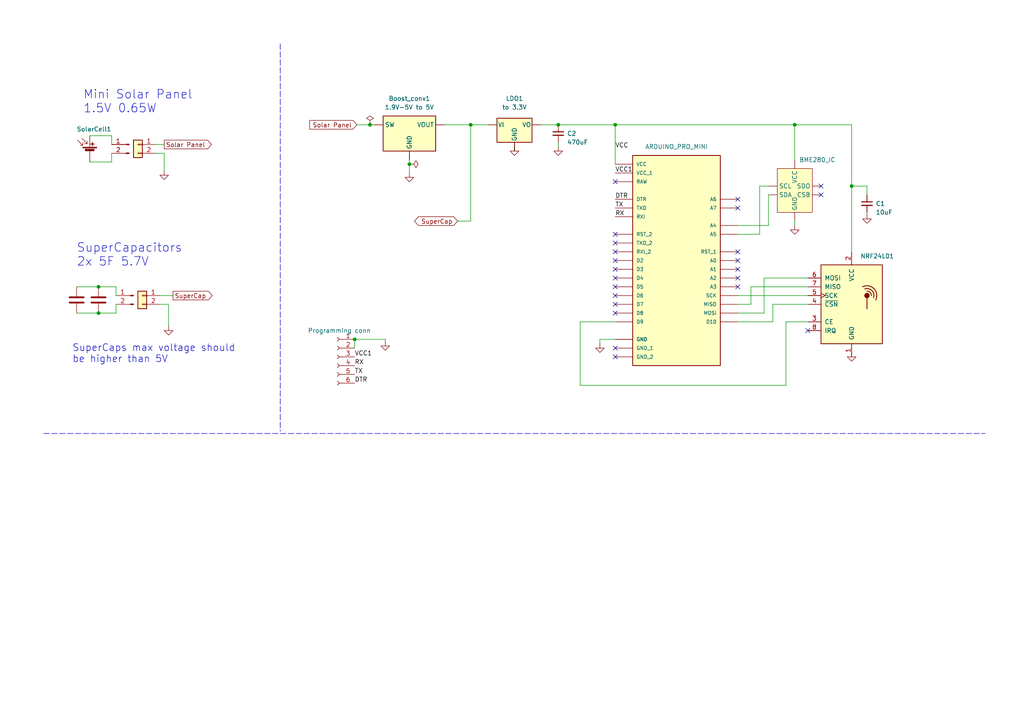
<source format=kicad_sch>
(kicad_sch (version 20211123) (generator eeschema)
  (paper "A4")
  (title_block (title "Emisor RF") (date "2022-12-26") (company "Gos de Carrer"))
  (lib_symbols
    (symbol "Connector:Conn_01x02_Male" (pin_names (offset 1.016) hide)
      (property "Reference" "J" (at 0 2.54 0))
      (property "Value" "Conn_01x02_Male" (at 0 -5.08 0))
      (symbol "Conn_01x02_Male_1_1"
        (polyline (pts (xy 1.27 -2.54) (xy 0.8636 -2.54)) (stroke (width 0.1524)))
        (polyline (pts (xy 1.27 0) (xy 0.8636 0)) (stroke (width 0.1524)))
        (rectangle (start 0.8636 -2.413) (end 0 -2.667) (stroke (width 0.1524)) (fill (type outline)))
        (rectangle (start 0.8636 0.127) (end 0 -0.127) (stroke (width 0.1524)) (fill (type outline)))
        (pin passive line (at 5.08 0 180) (length 3.81) (name "Pin_1") (number "1"))
        (pin passive line (at 5.08 -2.54 180) (length 3.81) (name "Pin_2") (number "2"))
      )
    )
    (symbol "Connector:Conn_01x06_Female" (pin_names (offset 1.016) hide)
      (property "Reference" "J" (at 0 7.62 0))
      (property "Value" "Conn_01x06_Female" (at 0 -10.16 0))
      (symbol "Conn_01x06_Female_1_1"
        (arc (start 0 -7.112) (mid -0.508 -7.62) (end 0 -8.128) (stroke (width 0.1524)))
        (arc (start 0 -4.572) (mid -0.508 -5.08) (end 0 -5.588) (stroke (width 0.1524)))
        (arc (start 0 -2.032) (mid -0.508 -2.54) (end 0 -3.048) (stroke (width 0.1524)))
        (polyline (pts (xy -1.27 -7.62) (xy -0.508 -7.62)) (stroke (width 0.1524)))
        (polyline (pts (xy -1.27 -5.08) (xy -0.508 -5.08)) (stroke (width 0.1524)))
        (polyline (pts (xy -1.27 -2.54) (xy -0.508 -2.54)) (stroke (width 0.1524)))
        (polyline (pts (xy -1.27 0) (xy -0.508 0)) (stroke (width 0.1524)))
        (polyline (pts (xy -1.27 2.54) (xy -0.508 2.54)) (stroke (width 0.1524)))
        (polyline (pts (xy -1.27 5.08) (xy -0.508 5.08)) (stroke (width 0.1524)))
        (arc (start 0 0.508) (mid -0.508 0) (end 0 -0.508) (stroke (width 0.1524)))
        (arc (start 0 3.048) (mid -0.508 2.54) (end 0 2.032) (stroke (width 0.1524)))
        (arc (start 0 5.588) (mid -0.508 5.08) (end 0 4.572) (stroke (width 0.1524)))
        (pin passive line (at -5.08 5.08 0) (length 3.81) (name "Pin_1") (number "1"))
        (pin passive line (at -5.08 2.54 0) (length 3.81) (name "Pin_2") (number "2"))
        (pin passive line (at -5.08 0 0) (length 3.81) (name "Pin_3") (number "3"))
        (pin passive line (at -5.08 -2.54 0) (length 3.81) (name "Pin_4") (number "4"))
        (pin passive line (at -5.08 -5.08 0) (length 3.81) (name "Pin_5") (number "5"))
        (pin passive line (at -5.08 -7.62 0) (length 3.81) (name "Pin_6") (number "6"))
      )
    )
    (symbol "Connector_Generic:Conn_01x02" (pin_names (offset 1.016) hide)
      (property "Reference" "J" (at 0 2.54 0))
      (property "Value" "Conn_01x02" (at 0 -5.08 0))
      (symbol "Conn_01x02_1_1"
        (rectangle (start -1.27 -2.413) (end 0 -2.667) (stroke (width 0.1524)))
        (rectangle (start -1.27 0.127) (end 0 -0.127) (stroke (width 0.1524)))
        (rectangle (start -1.27 1.27) (end 1.27 -3.81) (stroke (width 0.254)) (fill (type background)))
        (pin passive line (at -5.08 0 0) (length 3.81) (name "Pin_1") (number "1"))
        (pin passive line (at -5.08 -2.54 0) (length 3.81) (name "Pin_2") (number "2"))
      )
    )
    (symbol "Device:C" (pin_numbers hide) (pin_names (offset 0.254))
      (property "Reference" "C" (at 0.635 2.54 0))
      (property "Value" "C" (at 0.635 -2.54 0))
      (symbol "C_0_1"
        (polyline (pts (xy -2.032 -0.762) (xy 2.032 -0.762)) (stroke (width 0.508)))
        (polyline (pts (xy -2.032 0.762) (xy 2.032 0.762)) (stroke (width 0.508)))
      )
      (symbol "C_1_1"
        (pin passive line (at 0 3.81 270) (length 2.794) (name "~") (number "1"))
        (pin passive line (at 0 -3.81 90) (length 2.794) (name "~") (number "2"))
      )
    )
    (symbol "Device:C_Small" (pin_numbers hide) (pin_names (offset 0.254) hide)
      (property "Reference" "C" (at 0.254 1.778 0))
      (property "Value" "C_Small" (at 0.254 -2.032 0))
      (symbol "C_Small_0_1"
        (polyline (pts (xy -1.524 -0.508) (xy 1.524 -0.508)) (stroke (width 0.3302)))
        (polyline (pts (xy -1.524 0.508) (xy 1.524 0.508)) (stroke (width 0.3048)))
      )
      (symbol "C_Small_1_1"
        (pin passive line (at 0 2.54 270) (length 2.032) (name "~") (number "1"))
        (pin passive line (at 0 -2.54 90) (length 2.032) (name "~") (number "2"))
      )
    )
    (symbol "Device:Solar_Cell" (pin_numbers hide) (pin_names (offset 0) hide)
      (property "Reference" "SC" (at 2.54 2.54 0))
      (property "Value" "Solar_Cell" (at 2.54 0 0))
      (symbol "Solar_Cell_0_1"
        (rectangle (start -2.032 1.778) (end 2.032 1.524) (fill (type outline)))
        (rectangle (start -1.3208 1.1938) (end 1.27 0.6858) (fill (type outline)))
        (polyline (pts (xy -2.032 2.286) (xy -3.556 3.81)))
        (polyline (pts (xy -0.762 2.794) (xy -2.286 4.318)))
        (polyline (pts (xy 0 0.762) (xy 0 0)))
        (polyline (pts (xy 0 1.778) (xy 0 2.54)))
        (polyline (pts (xy 0.254 2.667) (xy 1.27 2.667)) (stroke (width 0.254)))
        (polyline (pts (xy 0.762 3.175) (xy 0.762 2.159)) (stroke (width 0.254)))
        (polyline (pts (xy -2.032 3.048) (xy -2.032 2.286) (xy -2.794 2.286)))
        (polyline (pts (xy -0.762 3.556) (xy -0.762 2.794) (xy -1.524 2.794)))
      )
      (symbol "Solar_Cell_1_1"
        (pin passive line (at 0 5.08 270) (length 2.54) (name "+") (number "1"))
        (pin passive line (at 0 -2.54 90) (length 2.54) (name "-") (number "2"))
      )
    )
    (symbol "RF:NRF24L01_Breakout" (pin_names (offset 1.016))
      (property "Reference" "U" (at -8.89 12.7 0))
      (property "Value" "NRF24L01_Breakout" (at 3.81 12.7 0))
      (symbol "NRF24L01_Breakout_0_1"
        (rectangle (start -8.89 11.43) (end 8.89 -11.43) (stroke (width 0.254)) (fill (type background)))
        (polyline (pts (xy 4.445 1.905) (xy 4.445 -1.27)) (stroke (width 0.254)))
        (circle (center 4.445 2.54) (radius 0.635) (stroke (width 0.254)) (fill (type outline)))
        (arc (start 5.715 2.54) (mid 5.3521 3.4546) (end 4.445 3.81) (stroke (width 0.254)))
        (arc (start 6.35 1.905) (mid 5.8763 3.9854) (end 3.81 4.445) (stroke (width 0.254)))
        (arc (start 6.985 1.27) (mid 6.453 4.548) (end 3.175 5.08) (stroke (width 0.254)))
      )
      (symbol "NRF24L01_Breakout_1_1"
        (pin power_in line (at 0 -15.24 90) (length 3.81) (name "GND") (number "1"))
        (pin power_in line (at 0 15.24 270) (length 3.81) (name "VCC") (number "2"))
        (pin input line (at -12.7 -5.08 0) (length 3.81) (name "CE") (number "3"))
        (pin input line (at -12.7 0 0) (length 3.81) (name "~{CSN}") (number "4"))
        (pin input clock (at -12.7 2.54 0) (length 3.81) (name "SCK") (number "5"))
        (pin input line (at -12.7 7.62 0) (length 3.81) (name "MOSI") (number "6"))
        (pin output line (at -12.7 5.08 0) (length 3.81) (name "MISO") (number "7"))
        (pin output line (at -12.7 -7.62 0) (length 3.81) (name "IRQ") (number "8"))
      )
    )
    (symbol "Regulator_Linear:MCP1700-3302E_TO92" (pin_numbers hide) (pin_names (offset 0.254))
      (property "Reference" "U" (at -3.81 -3.175 0))
      (property "Value" "MCP1700-3302E_TO92" (at 0 -3.175 0))
      (symbol "MCP1700-3302E_TO92_0_1"
        (rectangle (start -5.08 5.08) (end 5.08 -1.905) (stroke (width 0.254)) (fill (type background)))
      )
      (symbol "MCP1700-3302E_TO92_1_1"
        (pin power_in line (at 0 7.62 270) (length 2.54) (name "GND") (number "1"))
        (pin power_in line (at -7.62 0 0) (length 2.54) (name "VI") (number "2"))
        (pin power_out line (at 7.62 0 180) (length 2.54) (name "VO") (number "3"))
      )
    )
    (symbol "Regulator_Switching:TPS613222ADBZ" (pin_numbers hide)
      (property "Reference" "U" (at -7.62 6.35 0))
      (property "Value" "TPS613222ADBZ" (at 2.54 6.35 0))
      (symbol "TPS613222ADBZ_0_1"
        (rectangle (start -7.62 5.08) (end 7.62 -5.08) (stroke (width 0.254)) (fill (type background)))
      )
      (symbol "TPS613222ADBZ_1_1"
        (pin power_out line (at 10.16 2.54 180) (length 2.54) (name "VOUT") (number "1"))
        (pin power_in line (at -10.16 2.54 0) (length 2.54) (name "SW") (number "2"))
        (pin power_in line (at 0 -7.62 90) (length 2.54) (name "GND") (number "3"))
      )
    )
    (symbol "power:GND" (power) (pin_names (offset 0))
      (property "Value" "GND" (at 0 -3.81 0))
      (symbol "GND_0_1"
        (polyline (pts (xy 0 0) (xy 0 -1.27) (xy 1.27 -1.27) (xy 0 -2.54) (xy -1.27 -1.27) (xy 0 -1.27)))
      )
      (symbol "GND_1_1"
        (pin power_in line (at 0 0 270) (length 0) hide (name "GND") (number "1"))
      )
    )
    (symbol "power:PWR_FLAG" (power) (pin_numbers hide) (pin_names (offset 0) hide)
      (property "Value" "PWR_FLAG" (at 0 3.81 0))
      (symbol "PWR_FLAG_0_0"
        (pin power_out line (at 0 0 90) (length 0) (name "pwr") (number "1"))
      )
      (symbol "PWR_FLAG_0_1"
        (polyline (pts (xy 0 0) (xy 0 1.27) (xy -1.016 1.905) (xy 0 2.54) (xy 1.016 1.905) (xy 0 1.27)))
      )
    )
    (symbol "victor:ARDUINO_PRO_MINI" (pin_numbers hide) (pin_names (offset 1.016))
      (property "Reference" "U" (at -12.7 31.75 0))
      (property "Value" "ARDUINO_PRO_MINI" (at -12.7 -33.02 0))
      (symbol "ARDUINO_PRO_MINI_0_0"
        (rectangle (start -12.7 -30.48) (end 12.7 30.48) (stroke (width 0.254)) (fill (type background)))
        (pin input line (at 17.78 17.78 180) (length 5.08) (name "DTR") (number "JP1_1"))
        (pin bidirectional line (at 17.78 15.24 180) (length 5.08) (name "TXO") (number "JP1_2"))
        (pin bidirectional line (at 17.78 12.7 180) (length 5.08) (name "RXI") (number "JP1_3"))
        (pin power_in line (at 17.78 27.94 180) (length 5.08) (name "VCC") (number "JP1_4"))
        (pin power_in line (at 17.78 -22.86 180) (length 5.08) (name "GND") (number "JP1_5"))
        (pin power_in line (at 17.78 -22.86 180) (length 5.08) (name "GND") (number "JP1_6"))
        (pin bidirectional line (at -17.78 10.16 0) (length 5.08) (name "A4") (number "JP2_1"))
        (pin bidirectional line (at -17.78 7.62 0) (length 5.08) (name "A5") (number "JP2_2"))
        (pin input line (at -17.78 17.78 0) (length 5.08) (name "A6") (number "JP3_1"))
        (pin input line (at -17.78 15.24 0) (length 5.08) (name "A7") (number "JP3_2"))
        (pin power_in line (at 17.78 22.86 180) (length 5.08) (name "RAW") (number "JP6_1"))
        (pin bidirectional line (at -17.78 -12.7 0) (length 5.08) (name "MISO") (number "JP6_10"))
        (pin bidirectional line (at -17.78 -15.24 0) (length 5.08) (name "MOSI") (number "JP6_11"))
        (pin bidirectional line (at -17.78 -17.78 0) (length 5.08) (name "D10") (number "JP6_12"))
        (pin power_in line (at 17.78 -25.4 180) (length 5.08) (name "GND_1") (number "JP6_2"))
        (pin input line (at -17.78 2.54 0) (length 5.08) (name "RST_1") (number "JP6_3"))
        (pin power_in line (at 17.78 25.4 180) (length 5.08) (name "VCC_1") (number "JP6_4"))
        (pin bidirectional line (at -17.78 -7.62 0) (length 5.08) (name "A3") (number "JP6_5"))
        (pin bidirectional line (at -17.78 -5.08 0) (length 5.08) (name "A2") (number "JP6_6"))
        (pin bidirectional line (at -17.78 -2.54 0) (length 5.08) (name "A1") (number "JP6_7"))
        (pin bidirectional line (at -17.78 0 0) (length 5.08) (name "A0") (number "JP6_8"))
        (pin bidirectional line (at -17.78 -10.16 0) (length 5.08) (name "SCK") (number "JP6_9"))
        (pin bidirectional line (at 17.78 -17.78 180) (length 5.08) (name "D9") (number "JP7_1"))
        (pin input line (at 17.78 7.62 180) (length 5.08) (name "RST_2") (number "JP7_10"))
        (pin bidirectional line (at 17.78 2.54 180) (length 5.08) (name "RXI_2") (number "JP7_11"))
        (pin bidirectional line (at 17.78 5.08 180) (length 5.08) (name "TXO_2") (number "JP7_12"))
        (pin bidirectional line (at 17.78 -15.24 180) (length 5.08) (name "D8") (number "JP7_2"))
        (pin bidirectional line (at 17.78 -12.7 180) (length 5.08) (name "D7") (number "JP7_3"))
        (pin bidirectional line (at 17.78 -10.16 180) (length 5.08) (name "D6") (number "JP7_4"))
        (pin bidirectional line (at 17.78 -7.62 180) (length 5.08) (name "D5") (number "JP7_5"))
        (pin bidirectional line (at 17.78 -5.08 180) (length 5.08) (name "D4") (number "JP7_6"))
        (pin bidirectional line (at 17.78 -2.54 180) (length 5.08) (name "D3") (number "JP7_7"))
        (pin bidirectional line (at 17.78 0 180) (length 5.08) (name "D2") (number "JP7_8"))
        (pin power_in line (at 17.78 -27.94 180) (length 5.08) (name "GND_2") (number "JP7_9"))
      )
    )
    (symbol "victor:BME280_IC" (pin_numbers hide)
      (property "Reference" "S" (at -12.7 11.43 0))
      (property "Value" "BME280_IC" (at -11.43 11.43 0))
      (symbol "BME280_IC_0_1"
        (rectangle (start -5.08 6.35) (end 5.08 -6.35) (fill (type background)))
      )
      (symbol "BME280_IC_1_1"
        (pin power_in line (at 0 8.89 270) (length 2.54) (name "VCC") (number "1"))
        (pin power_in line (at 0 -8.89 90) (length 2.54) (name "GND") (number "2"))
        (pin output line (at -7.62 1.27 0) (length 2.54) (name "SCL") (number "3"))
        (pin output line (at -7.62 -1.27 0) (length 2.54) (name "SDA") (number "4"))
        (pin output line (at 7.62 -1.27 180) (length 2.54) (name "CSB") (number "5"))
        (pin output line (at 7.62 1.27 180) (length 2.54) (name "SDO") (number "6"))
      )
    )
  )
  (junction (at 102.87 98.425))
  (junction (at 28.575 83.185))
  (junction (at 178.435 36.195))
  (junction (at 136.525 36.195))
  (junction (at 230.505 36.195))
  (junction (at 247.015 53.975))
  (junction (at 107.315 36.195))
  (junction (at 161.925 36.195))
  (junction (at 28.575 90.805))
  (junction (at 118.745 47.625))
  (no_connect (at 178.435 103.505))
  (no_connect (at 213.995 75.565))
  (no_connect (at 213.995 73.025))
  (no_connect (at 213.995 83.185))
  (no_connect (at 213.995 80.645))
  (no_connect (at 213.995 78.105))
  (no_connect (at 178.435 83.185))
  (no_connect (at 178.435 85.725))
  (no_connect (at 178.435 88.265))
  (no_connect (at 178.435 80.645))
  (no_connect (at 178.435 90.805))
  (no_connect (at 178.435 75.565))
  (no_connect (at 178.435 78.105))
  (no_connect (at 213.995 57.785))
  (no_connect (at 213.995 60.325))
  (no_connect (at 238.125 56.515))
  (no_connect (at 238.125 53.975))
  (no_connect (at 178.435 73.025))
  (no_connect (at 178.435 67.945))
  (no_connect (at 178.435 70.485))
  (no_connect (at 178.435 100.965))
  (no_connect (at 234.315 95.885))
  (no_connect (at 178.435 52.705))
  (wire (pts (xy 33.655 83.185) (xy 33.655 85.725)))
  (polyline (pts (xy 12.7 125.73) (xy 285.75 125.73)))
  (wire (pts (xy 28.575 90.805) (xy 33.655 90.805)))
  (wire (pts (xy 234.315 93.345) (xy 227.965 93.345)))
  (wire (pts (xy 213.995 85.725) (xy 234.315 85.725)))
  (wire (pts (xy 234.315 80.645) (xy 221.615 80.645)))
  (wire (pts (xy 224.155 88.265) (xy 224.155 93.345)))
  (polyline (pts (xy 81.28 12.7) (xy 81.28 125.095)))
  (wire (pts (xy 32.385 41.91) (xy 32.385 39.37)))
  (wire (pts (xy 247.015 53.975) (xy 247.015 36.195)))
  (wire (pts (xy 221.615 80.645) (xy 221.615 90.805)))
  (wire (pts (xy 234.315 88.265) (xy 224.155 88.265)))
  (wire (pts (xy 251.46 61.595) (xy 251.46 62.23)))
  (wire (pts (xy 46.355 88.265) (xy 48.895 88.265)))
  (wire (pts (xy 118.745 47.625) (xy 118.745 46.355)))
  (wire (pts (xy 48.895 88.265) (xy 48.895 94.615)))
  (wire (pts (xy 230.505 36.195) (xy 247.015 36.195)))
  (wire (pts (xy 136.525 36.195) (xy 136.525 64.135)))
  (wire (pts (xy 28.575 83.185) (xy 33.655 83.185)))
  (wire (pts (xy 178.435 36.195) (xy 230.505 36.195)))
  (wire (pts (xy 213.995 93.345) (xy 224.155 93.345)))
  (wire (pts (xy 227.965 111.76) (xy 168.275 111.76)))
  (wire (pts (xy 178.435 36.195) (xy 178.435 47.625)))
  (wire (pts (xy 161.925 36.195) (xy 178.435 36.195)))
  (wire (pts (xy 128.905 36.195) (xy 136.525 36.195)))
  (wire (pts (xy 22.225 83.185) (xy 28.575 83.185)))
  (wire (pts (xy 161.925 41.275) (xy 161.925 42.545)))
  (wire (pts (xy 33.655 88.265) (xy 33.655 90.805)))
  (wire (pts (xy 111.76 99.06) (xy 111.76 98.425)))
  (wire (pts (xy 213.995 67.945) (xy 220.345 67.945)))
  (wire (pts (xy 102.87 98.425) (xy 111.76 98.425)))
  (wire (pts (xy 222.885 53.975) (xy 220.345 53.975)))
  (wire (pts (xy 213.995 88.265) (xy 217.805 88.265)))
  (wire (pts (xy 173.99 98.425) (xy 178.435 98.425)))
  (wire (pts (xy 156.845 36.195) (xy 161.925 36.195)))
  (wire (pts (xy 222.885 56.515) (xy 222.885 65.405)))
  (wire (pts (xy 102.87 100.965) (xy 102.87 98.425)))
  (wire (pts (xy 220.345 53.975) (xy 220.345 67.945)))
  (wire (pts (xy 136.525 36.195) (xy 141.605 36.195)))
  (wire (pts (xy 22.225 90.805) (xy 28.575 90.805)))
  (wire (pts (xy 132.715 64.135) (xy 136.525 64.135)))
  (wire (pts (xy 45.085 44.45) (xy 47.625 44.45)))
  (wire (pts (xy 45.085 41.91) (xy 47.625 41.91)))
  (wire (pts (xy 213.995 65.405) (xy 222.885 65.405)))
  (wire (pts (xy 168.275 111.76) (xy 168.275 93.345)))
  (wire (pts (xy 251.46 53.975) (xy 247.015 53.975)))
  (wire (pts (xy 230.505 46.355) (xy 230.505 36.195)))
  (wire (pts (xy 173.99 99.695) (xy 173.99 98.425)))
  (wire (pts (xy 26.035 46.99) (xy 32.385 46.99)))
  (wire (pts (xy 230.505 65.405) (xy 230.505 64.135)))
  (wire (pts (xy 118.745 47.625) (xy 118.745 50.165)))
  (wire (pts (xy 103.505 36.195) (xy 107.315 36.195)))
  (wire (pts (xy 32.385 46.99) (xy 32.385 44.45)))
  (wire (pts (xy 107.315 36.195) (xy 108.585 36.195)))
  (wire (pts (xy 247.015 73.025) (xy 247.015 53.975)))
  (wire (pts (xy 46.355 85.725) (xy 50.165 85.725)))
  (wire (pts (xy 217.805 83.185) (xy 217.805 88.265)))
  (wire (pts (xy 247.015 103.505) (xy 247.015 102.235)))
  (wire (pts (xy 251.46 56.515) (xy 251.46 53.975)))
  (wire (pts (xy 168.275 93.345) (xy 178.435 93.345)))
  (wire (pts (xy 227.965 93.345) (xy 227.965 111.76)))
  (wire (pts (xy 47.625 44.45) (xy 47.625 49.53)))
  (wire (pts (xy 32.385 39.37) (xy 26.035 39.37)))
  (wire (pts (xy 234.315 83.185) (xy 217.805 83.185)))
  (wire (pts (xy 149.225 42.545) (xy 149.225 43.815)))
  (wire (pts (xy 213.995 90.805) (xy 221.615 90.805)))
  (text "SuperCaps max voltage should \nbe higher than 5V" (at 20.955 105.41 0) (effects (font (size 2 2)) (justify left bottom)))
  (text "Mini Solar Panel\n1.5V 0.65W" (at 24.13 33.02 0) (effects (font (size 2.5 2.5)) (justify left bottom)))
  (text "SuperCapacitors\n2x 5F 5.7V" (at 22.225 77.47 0) (effects (font (size 2.5 2.5)) (justify left bottom)))
  (label "DTR" (at 178.435 57.785 0))
  (label "VCC1" (at 102.87 103.505 0))
  (label "RX" (at 178.435 62.865 0))
  (label "VCC1" (at 178.435 50.165 0))
  (label "VCC" (at 178.435 43.18 0))
  (label "DTR" (at 102.87 111.125 0))
  (label "RX" (at 102.87 106.045 0))
  (label "TX" (at 102.87 108.585 0))
  (label "TX" (at 178.435 60.325 0))
  (global_label "Solar Panel" (shape output) (at 47.625 41.91 0) (property "Intersheet References" "${INTERSHEET_REFS}" (effects hide)))
  (global_label "SuperCap" (shape output) (at 50.165 85.725 0) (property "Intersheet References" "${INTERSHEET_REFS}" (effects hide)))
  (global_label "Solar Panel" (shape input) (at 103.505 36.195 180) (property "Intersheet References" "${INTERSHEET_REFS}" (effects hide)))
  (global_label "SuperCap" (shape bidirectional) (at 132.715 64.135 180) (property "Intersheet References" "${INTERSHEET_REFS}" (effects hide)))
  (symbol (lib_id "Regulator_Linear:MCP1700-3302E_TO92") (at 149.225 36.195 0) (mirror x) (unit 1)
    (property "Reference" "LDO1" (at 149.225 28.575 0))
    (property "Value" "to 3.3V" (at 149.225 31.115 0))
    (property "Footprint" "Package_TO_SOT_THT:TO-92_Inline" (effects hide))
    (property "Datasheet" "http://ww1.microchip.com/downloads/en/DeviceDoc/20001826D.pdf" (effects hide))
  )
  (symbol (lib_id "power:PWR_FLAG") (at 118.745 47.625 270) (unit 1)
    (property "Reference" "#FLG0102" (effects hide))
    (property "Value" "PWR_FLAG" (effects hide))
  )
  (symbol (lib_id "power:GND") (at 47.625 49.53 0) (unit 1)
    (property "Reference" "#PWR0101" (effects hide))
    (property "Value" "GND" (effects hide))
  )
  (symbol (lib_id "Device:C") (at 22.225 86.995 0) (unit 1) (on_board no)
    (property "Reference" "SuperCaps1" (effects hide))
    (property "Value" "10F" (effects hide))
    (property "Footprint" "Capacitor_THT:CP_Radial_D22.0mm_P10.00mm_SnapIn" (effects hide))
  )
  (symbol (lib_id "power:GND") (at 230.505 65.405 0) (unit 1)
    (property "Reference" "#PWR0108" (effects hide))
    (property "Value" "GND" (effects hide))
  )
  (symbol (lib_id "RF:NRF24L01_Breakout") (at 247.015 88.265 0) (unit 1)
    (property "Reference" "U1" (effects hide))
    (property "Value" "NRF24L01" (at 249.555 74.295 0) (effects (justify left)))
    (property "Footprint" "RF_Module:nRF24L01_Breakout" (effects hide))
    (property "Datasheet" "http://www.nordicsemi.com/eng/content/download/2730/34105/file/nRF24L01_Product_Specification_v2_0.pdf" (effects hide))
  )
  (symbol (lib_id "Device:Solar_Cell") (at 26.035 44.45 0) (unit 1) (on_board no)
    (property "Reference" "SolarCell1" (at 22.225 37.465 0) (effects (justify left)))
    (property "Value" "0.65W - 1.5V" (effects hide))
  )
  (symbol (lib_id "Connector_Generic:Conn_01x02") (at 40.005 41.91 0) (mirror y) (unit 1)
    (property "Reference" "J1" (effects hide))
    (property "Value" "Solar Panel" (effects hide))
    (property "Footprint" "Connector_JST:JST_EH_B2B-EH-A_1x02_P2.50mm_Vertical" (effects hide))
  )
  (symbol (lib_id "power:GND") (at 173.99 99.695 0) (unit 1)
    (property "Reference" "#PWR0105" (effects hide))
    (property "Value" "GND" (effects hide))
  )
  (symbol (lib_id "power:GND") (at 118.745 50.165 0) (unit 1)
    (property "Reference" "#PWR0102" (effects hide))
    (property "Value" "GND" (effects hide))
  )
  (symbol (lib_id "Device:C_Small") (at 161.925 38.735 0) (unit 1)
    (property "Reference" "C2" (at 164.465 38.735 0) (effects (justify left)))
    (property "Value" "470uF" (at 164.465 41.275 0) (effects (justify left)))
    (property "Footprint" "Capacitor_THT:C_Radial_D6.3mm_H11.0mm_P2.50mm" (effects hide))
  )
  (symbol (lib_id "Device:C_Small") (at 251.46 59.055 0) (unit 1)
    (property "Reference" "C1" (at 254 59.055 0) (effects (justify left)))
    (property "Value" "10uF" (at 254 61.595 0) (effects (justify left)))
    (property "Footprint" "Capacitor_THT:C_Disc_D3.8mm_W2.6mm_P2.50mm" (effects hide))
  )
  (symbol (lib_id "Connector:Conn_01x02_Male") (at 38.735 85.725 0) (mirror y) (unit 1)
    (property "Reference" "J4" (effects hide))
    (property "Value" "Conn_01x02_Male" (effects hide))
  )
  (symbol (lib_id "power:GND") (at 111.76 99.06 0) (unit 1)
    (property "Reference" "#PWR0109" (effects hide))
    (property "Value" "GND" (effects hide))
  )
  (symbol (lib_id "Connector:Conn_01x02_Male") (at 37.465 41.91 0) (mirror y) (unit 1)
    (property "Reference" "J3" (effects hide))
    (property "Value" "Conn_01x02_Male" (effects hide))
  )
  (symbol (lib_id "power:GND") (at 161.925 42.545 0) (unit 1)
    (property "Reference" "#PWR0107" (effects hide))
    (property "Value" "GND" (effects hide))
  )
  (symbol (lib_id "Regulator_Switching:TPS613222ADBZ") (at 118.745 38.735 0) (unit 1)
    (property "Reference" "Boost_conv1" (at 118.745 28.575 0))
    (property "Value" "1.9V-5V to 5V" (at 118.745 31.115 0))
    (property "Footprint" "Converter_DCDC:Converter_DCDC_Murata_OKI-78SR_Horizontal" (effects hide))
    (property "Datasheet" "http://www.ti.com/lit/ds/symlink/tps61322.pdf" (effects hide))
  )
  (symbol (lib_id "Connector_Generic:Conn_01x02") (at 41.275 85.725 0) (mirror y) (unit 1)
    (property "Reference" "J2" (effects hide))
    (property "Value" "SuperCaps" (effects hide))
    (property "Footprint" "Connector_JST:JST_EH_B2B-EH-A_1x02_P2.50mm_Vertical" (effects hide))
  )
  (symbol (lib_id "power:GND") (at 149.225 42.545 0) (unit 1)
    (property "Reference" "#PWR0104" (effects hide))
    (property "Value" "GND" (effects hide))
  )
  (symbol (lib_id "Device:C") (at 28.575 86.995 0) (unit 1) (on_board no)
    (property "Reference" "SuperCaps2" (effects hide))
    (property "Value" "10F" (effects hide))
    (property "Footprint" "Capacitor_THT:CP_Radial_D22.0mm_P10.00mm_SnapIn" (effects hide))
  )
  (symbol (lib_id "power:GND") (at 247.015 102.235 0) (unit 1)
    (property "Reference" "#PWR0103" (effects hide))
    (property "Value" "GND" (effects hide))
  )
  (symbol (lib_id "Connector:Conn_01x06_Female") (at 97.79 103.505 0) (mirror y) (unit 1)
    (property "Reference" "J5" (effects hide))
    (property "Value" "Programming conn" (at 98.425 95.885 0))
    (property "Footprint" "Connector_PinSocket_2.54mm:PinSocket_1x06_P2.54mm_Vertical" (effects hide))
  )
  (symbol (lib_id "power:PWR_FLAG") (at 107.315 36.195 0) (unit 1)
    (property "Reference" "#FLG0101" (effects hide))
    (property "Value" "PWR_FLAG" (effects hide))
  )
  (symbol (lib_id "victor:BME280_IC") (at 230.505 55.245 0) (unit 1)
    (property "Reference" "Sensor1" (effects hide))
    (property "Value" "BME280_IC" (at 231.775 46.355 0) (effects (justify left)))
    (property "Footprint" "Sensor:BME280_IC" (effects hide))
  )
  (symbol (lib_id "victor:ARDUINO_PRO_MINI") (at 196.215 75.565 0) (mirror y) (unit 1)
    (property "Reference" "U2" (effects hide))
    (property "Value" "ARDUINO_PRO_MINI" (at 196.215 42.545 0))
    (property "Footprint" "footprints:MODULE_ARDUINO_PRO_MINI" (effects hide))
    (property "STANDARD" "Manufacturer Recommendations" (effects hide))
    (property "PARTREV" "N/A" (effects hide))
    (property "MANUFACTURER" "SparkFun Electronics" (effects hide))
    (property "MAXIMUM_PACKAGE_HEIGHT" "N/A" (effects hide))
  )
  (symbol (lib_id "power:GND") (at 48.895 94.615 0) (unit 1)
    (property "Reference" "#PWR0106" (effects hide))
    (property "Value" "GND" (effects hide))
  )
  (symbol (lib_id "power:GND") (at 251.46 62.23 0) (unit 1)
    (property "Reference" "#PWR01" (effects hide))
    (property "Value" "GND" (effects hide))
  )
)
</source>
